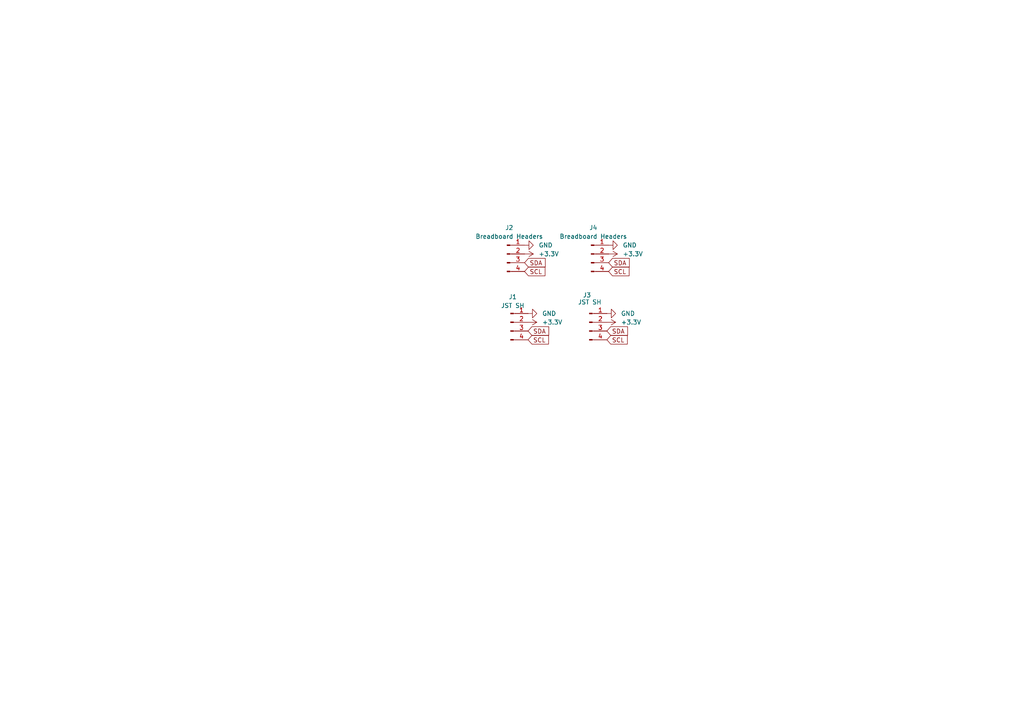
<source format=kicad_sch>
(kicad_sch (version 20211123) (generator eeschema)
  (paper "A4")
  (lib_symbols
    (symbol "Connector:Conn_01x04_Male" (pin_names (offset 1.016) hide)
      (property "Reference" "J" (at 0 5.08 0))
      (property "Value" "Conn_01x04_Male" (at 0 -7.62 0))
      (symbol "Conn_01x04_Male_1_1"
        (polyline (pts (xy 1.27 -5.08) (xy 0.8636 -5.08)) (stroke (width 0.1524)))
        (polyline (pts (xy 1.27 -2.54) (xy 0.8636 -2.54)) (stroke (width 0.1524)))
        (polyline (pts (xy 1.27 0) (xy 0.8636 0)) (stroke (width 0.1524)))
        (polyline (pts (xy 1.27 2.54) (xy 0.8636 2.54)) (stroke (width 0.1524)))
        (rectangle (start 0.8636 -4.953) (end 0 -5.207) (stroke (width 0.1524)) (fill (type outline)))
        (rectangle (start 0.8636 -2.413) (end 0 -2.667) (stroke (width 0.1524)) (fill (type outline)))
        (rectangle (start 0.8636 0.127) (end 0 -0.127) (stroke (width 0.1524)) (fill (type outline)))
        (rectangle (start 0.8636 2.667) (end 0 2.413) (stroke (width 0.1524)) (fill (type outline)))
        (pin passive line (at 5.08 2.54 180) (length 3.81) (name "Pin_1") (number "1"))
        (pin passive line (at 5.08 0 180) (length 3.81) (name "Pin_2") (number "2"))
        (pin passive line (at 5.08 -2.54 180) (length 3.81) (name "Pin_3") (number "3"))
        (pin passive line (at 5.08 -5.08 180) (length 3.81) (name "Pin_4") (number "4"))
      )
    )
    (symbol "power:+3.3V" (power) (pin_names (offset 0))
      (property "Value" "+3.3V" (at 0 3.556 0))
      (symbol "+3.3V_0_1"
        (polyline (pts (xy -0.762 1.27) (xy 0 2.54)))
        (polyline (pts (xy 0 0) (xy 0 2.54)))
        (polyline (pts (xy 0 2.54) (xy 0.762 1.27)))
      )
      (symbol "+3.3V_1_1"
        (pin power_in line (at 0 0 90) (length 0) hide (name "+3.3V") (number "1"))
      )
    )
    (symbol "power:GND" (power) (pin_names (offset 0))
      (property "Value" "GND" (at 0 -3.81 0))
      (symbol "GND_0_1"
        (polyline (pts (xy 0 0) (xy 0 -1.27) (xy 1.27 -1.27) (xy 0 -2.54) (xy -1.27 -1.27) (xy 0 -1.27)))
      )
      (symbol "GND_1_1"
        (pin power_in line (at 0 0 270) (length 0) hide (name "GND") (number "1"))
      )
    )
  )
  (global_label "SCL" (shape input) (at 176.53 78.74 0) (property "Intersheet References" "${INTERSHEET_REFS}" (effects hide)))
  (global_label "SDA" (shape input) (at 152.146 76.2 0) (property "Intersheet References" "${INTERSHEET_REFS}" (effects hide)))
  (global_label "SDA" (shape input) (at 176.53 76.2 0) (property "Intersheet References" "${INTERSHEET_REFS}" (effects hide)))
  (global_label "SDA" (shape input) (at 176.022 96.012 0) (property "Intersheet References" "${INTERSHEET_REFS}" (effects hide)))
  (global_label "SCL" (shape input) (at 153.162 98.552 0) (property "Intersheet References" "${INTERSHEET_REFS}" (effects hide)))
  (global_label "SCL" (shape input) (at 176.022 98.552 0) (property "Intersheet References" "${INTERSHEET_REFS}" (effects hide)))
  (global_label "SDA" (shape input) (at 153.162 96.012 0) (property "Intersheet References" "${INTERSHEET_REFS}" (effects hide)))
  (global_label "SCL" (shape input) (at 152.146 78.74 0) (property "Intersheet References" "${INTERSHEET_REFS}" (effects hide)))
  (symbol (lib_id "power:+3.3V") (at 152.146 73.66 270) (unit 1)
    (property "Reference" "#PWR?" (effects hide))
    (property "Value" "+3.3V" (at 156.21 73.6599 90) (effects (justify left)))
  )
  (symbol (lib_id "Connector:Conn_01x04_Male") (at 171.45 73.66 0) (unit 1)
    (property "Reference" "J4" (at 172.085 66.04 0))
    (property "Value" " Breadboard Headers" (at 172.085 68.58 0))
    (property "Footprint" "Connector_PinHeader_2.54mm:PinHeader_1x04_P2.54mm_Vertical" (effects hide))
  )
  (symbol (lib_id "Connector:Conn_01x04_Male") (at 148.082 93.472 0) (unit 1)
    (property "Reference" "J1" (at 148.717 86.106 0))
    (property "Value" "JST SH" (at 148.717 88.646 0))
    (property "Footprint" "Connector_JST:JST_SH_BM04B-SRSS-TB_1x04-1MP_P1.00mm_Vertical" (effects hide))
  )
  (symbol (lib_id "power:GND") (at 152.146 71.12 90) (unit 1)
    (property "Reference" "#PWR?" (effects hide))
    (property "Value" "GND" (at 156.21 71.1199 90) (effects (justify right)))
  )
  (symbol (lib_id "Connector:Conn_01x04_Male") (at 147.066 73.66 0) (unit 1)
    (property "Reference" "J2" (at 147.701 66.04 0))
    (property "Value" "Breadboard Headers" (at 147.701 68.58 0))
    (property "Footprint" "Connector_PinHeader_2.54mm:PinHeader_1x04_P2.54mm_Vertical" (effects hide))
  )
  (symbol (lib_id "power:+3.3V") (at 176.53 73.66 270) (unit 1)
    (property "Reference" "#PWR?" (effects hide))
    (property "Value" "+3.3V" (at 180.594 73.6599 90) (effects (justify left)))
  )
  (symbol (lib_id "power:+3.3V") (at 176.022 93.472 270) (unit 1)
    (property "Reference" "#PWR?" (effects hide))
    (property "Value" "+3.3V" (at 180.086 93.4719 90) (effects (justify left)))
  )
  (symbol (lib_id "power:GND") (at 176.022 90.932 90) (unit 1)
    (property "Reference" "#PWR?" (effects hide))
    (property "Value" "GND" (at 180.086 90.9319 90) (effects (justify right)))
  )
  (symbol (lib_id "power:+3.3V") (at 153.162 93.472 270) (unit 1)
    (property "Reference" "#PWR?" (effects hide))
    (property "Value" "+3.3V" (at 157.226 93.4719 90) (effects (justify left)))
  )
  (symbol (lib_id "power:GND") (at 153.162 90.932 90) (unit 1)
    (property "Reference" "#PWR?" (effects hide))
    (property "Value" "GND" (at 157.226 90.9319 90) (effects (justify right)))
  )
  (symbol (lib_id "power:GND") (at 176.53 71.12 90) (unit 1)
    (property "Reference" "#PWR?" (effects hide))
    (property "Value" "GND" (at 180.594 71.1199 90) (effects (justify right)))
  )
  (symbol (lib_id "Connector:Conn_01x04_Male") (at 170.942 93.472 0) (unit 1)
    (property "Reference" "J3" (at 171.45 85.598 0) (effects (justify right)))
    (property "Value" "JST SH" (at 174.498 87.63 0) (effects (justify right)))
    (property "Footprint" "Connector_JST:JST_SH_BM04B-SRSS-TB_1x04-1MP_P1.00mm_Vertical" (effects hide))
  )
)
</source>
